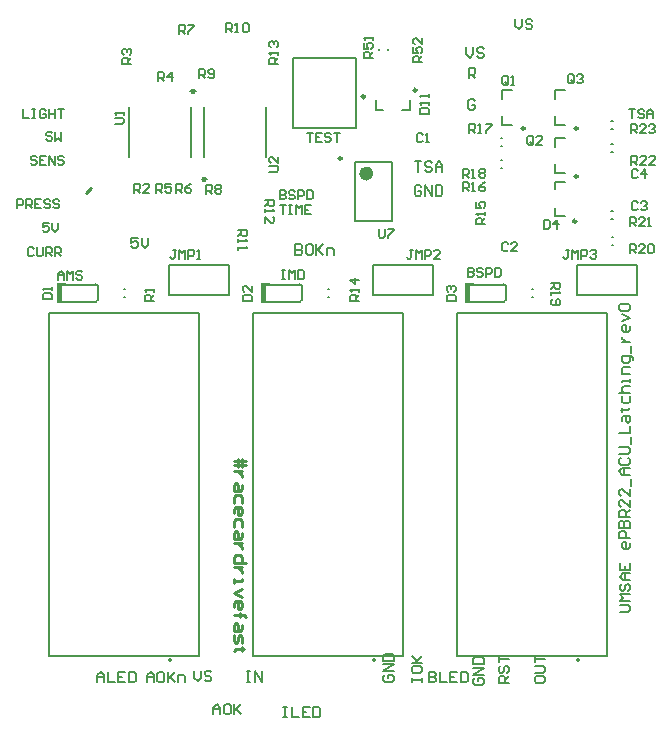
<source format=gto>
G04*
G04 #@! TF.GenerationSoftware,Altium Limited,Altium Designer,21.8.1 (53)*
G04*
G04 Layer_Color=65535*
%FSLAX23Y23*%
%MOIN*%
G70*
G04*
G04 #@! TF.SameCoordinates,D94B3AED-94FA-482B-8DCC-F6CB08C1A555*
G04*
G04*
G04 #@! TF.FilePolarity,Positive*
G04*
G01*
G75*
%ADD10C,0.010*%
%ADD11C,0.010*%
%ADD12C,0.024*%
%ADD13C,0.008*%
%ADD14C,0.008*%
%ADD15C,0.006*%
%ADD16C,0.005*%
%ADD17C,0.009*%
%ADD18C,0.007*%
%ADD19R,0.026X0.007*%
%ADD20R,0.018X0.067*%
%ADD21R,0.023X0.007*%
D10*
X5804Y4670D02*
G03*
X5804Y4670I-5J0D01*
G01*
X4875Y4350D02*
X4890Y4365D01*
D11*
X6514Y4564D02*
G03*
X6514Y4564I-5J0D01*
G01*
X5977Y4692D02*
G03*
X5977Y4692I-5J0D01*
G01*
X5727Y4464D02*
G03*
X5727Y4464I-5J0D01*
G01*
X6337Y4564D02*
G03*
X6337Y4564I-5J0D01*
G01*
X6514Y4404D02*
G03*
X6514Y4404I-5J0D01*
G01*
X6509Y4255D02*
G03*
X6509Y4255I-5J0D01*
G01*
D12*
X5821Y4414D02*
G03*
X5821Y4414I-12J0D01*
G01*
D13*
X4916Y4036D02*
G03*
X4907Y4044I-9J0D01*
G01*
Y3986D02*
G03*
X4916Y3994I0J9D01*
G01*
X4798Y4044D02*
G03*
X4790Y4036I0J-9D01*
G01*
Y3994D02*
G03*
X4798Y3986I9J0D01*
G01*
X6150Y3994D02*
G03*
X6158Y3986I9J0D01*
G01*
Y4044D02*
G03*
X6150Y4036I0J-9D01*
G01*
X6267Y3986D02*
G03*
X6276Y3994I0J9D01*
G01*
Y4036D02*
G03*
X6267Y4044I-9J0D01*
G01*
X5470Y3994D02*
G03*
X5478Y3986I9J0D01*
G01*
Y4044D02*
G03*
X5470Y4036I0J-9D01*
G01*
X5587Y3986D02*
G03*
X5596Y3994I0J9D01*
G01*
Y4036D02*
G03*
X5587Y4044I-9J0D01*
G01*
X4798D02*
X4907D01*
X4798Y3986D02*
X4907D01*
X4916Y3994D02*
Y4036D01*
X4790Y3994D02*
Y4036D01*
X6150Y3994D02*
Y4036D01*
X6276Y3994D02*
Y4036D01*
X6158Y3986D02*
X6267D01*
X6158Y4044D02*
X6267D01*
X5470Y3994D02*
Y4036D01*
X5596Y3994D02*
Y4036D01*
X5478Y3986D02*
X5587D01*
X5478Y4044D02*
X5587D01*
D14*
X6519Y2792D02*
G03*
X6519Y2792I-4J0D01*
G01*
X5839D02*
G03*
X5839Y2792I-4J0D01*
G01*
X5159D02*
G03*
X5159Y2792I-4J0D01*
G01*
X5853Y4825D02*
Y4829D01*
X5881Y4825D02*
Y4829D01*
X6437Y4663D02*
Y4694D01*
X6473D01*
X6437Y4576D02*
Y4607D01*
Y4576D02*
X6473D01*
X5840Y4627D02*
X5866D01*
X5840D02*
Y4659D01*
X5929Y4627D02*
X5955D01*
Y4659D01*
X5770Y4257D02*
X5896D01*
X5770Y4453D02*
X5896D01*
Y4257D02*
Y4453D01*
X5770Y4257D02*
Y4453D01*
X6513Y4010D02*
Y4110D01*
X6713D01*
Y4010D02*
Y4110D01*
X6513Y4010D02*
X6713D01*
X5833D02*
Y4110D01*
X6033D01*
Y4010D02*
Y4110D01*
X5833Y4010D02*
X6033D01*
X5153D02*
Y4110D01*
X5353D01*
Y4010D02*
Y4110D01*
X5153Y4010D02*
X5353D01*
X6361Y4029D02*
X6365D01*
X6361Y4001D02*
X6365D01*
X5001Y4029D02*
X5005D01*
X5001Y4001D02*
X5005D01*
X5681Y4029D02*
X5685D01*
X5681Y4001D02*
X5685D01*
X6260Y4576D02*
X6296D01*
X6260D02*
Y4607D01*
Y4694D02*
X6296D01*
X6260Y4663D02*
Y4694D01*
X6626Y4561D02*
X6630D01*
X6626Y4589D02*
X6630D01*
X6259Y4459D02*
X6263D01*
X6259Y4431D02*
X6263D01*
X6258Y4506D02*
X6262D01*
X6258Y4534D02*
X6262D01*
X6626Y4261D02*
X6630D01*
X6626Y4289D02*
X6630D01*
X6437Y4416D02*
X6473D01*
X6437D02*
Y4447D01*
Y4534D02*
X6473D01*
X6437Y4503D02*
Y4534D01*
X6626Y4514D02*
X6630D01*
X6626Y4486D02*
X6630D01*
X6439Y4273D02*
X6471D01*
X6439D02*
Y4299D01*
Y4387D02*
X6471D01*
X6439Y4361D02*
Y4387D01*
X6628Y4176D02*
X6632D01*
X6628Y4204D02*
X6632D01*
D15*
X5564Y4565D02*
X5774D01*
Y4800D01*
X5564D02*
X5774D01*
X5564Y4565D02*
Y4800D01*
X5225Y4469D02*
Y4636D01*
X5018Y4469D02*
Y4636D01*
X5475Y4469D02*
Y4636D01*
X5268Y4469D02*
Y4636D01*
X5521Y4359D02*
Y4329D01*
X5536D01*
X5541Y4334D01*
Y4339D01*
X5536Y4344D01*
X5521D01*
X5536D01*
X5541Y4349D01*
Y4354D01*
X5536Y4359D01*
X5521D01*
X5571Y4354D02*
X5566Y4359D01*
X5556D01*
X5551Y4354D01*
Y4349D01*
X5556Y4344D01*
X5566D01*
X5571Y4339D01*
Y4334D01*
X5566Y4329D01*
X5556D01*
X5551Y4334D01*
X5581Y4329D02*
Y4359D01*
X5596D01*
X5601Y4354D01*
Y4344D01*
X5596Y4339D01*
X5581D01*
X5611Y4359D02*
Y4329D01*
X5626D01*
X5631Y4334D01*
Y4354D01*
X5626Y4359D01*
X5611D01*
X5521Y4309D02*
X5541D01*
X5531D01*
Y4279D01*
X5551Y4309D02*
X5561D01*
X5556D01*
Y4279D01*
X5551D01*
X5561D01*
X5576D02*
Y4309D01*
X5586Y4299D01*
X5596Y4309D01*
Y4279D01*
X5626Y4309D02*
X5606D01*
Y4279D01*
X5626D01*
X5606Y4294D02*
X5616D01*
X5850Y4230D02*
Y4205D01*
X5855Y4200D01*
X5865D01*
X5870Y4205D01*
Y4230D01*
X5880D02*
X5900D01*
Y4225D01*
X5880Y4205D01*
Y4200D01*
X5988Y4613D02*
X6018D01*
Y4628D01*
X6013Y4633D01*
X5993D01*
X5988Y4628D01*
Y4613D01*
X6018Y4643D02*
Y4653D01*
Y4648D01*
X5988D01*
X5993Y4643D01*
X6018Y4668D02*
Y4678D01*
Y4673D01*
X5988D01*
X5993Y4668D01*
X5997Y4544D02*
X5992Y4549D01*
X5982D01*
X5977Y4544D01*
Y4524D01*
X5982Y4519D01*
X5992D01*
X5997Y4524D01*
X6007Y4519D02*
X6017D01*
X6012D01*
Y4549D01*
X6007Y4544D01*
X5996Y4785D02*
X5966D01*
Y4800D01*
X5971Y4805D01*
X5981D01*
X5986Y4800D01*
Y4785D01*
Y4795D02*
X5996Y4805D01*
X5966Y4835D02*
Y4815D01*
X5981D01*
X5976Y4825D01*
Y4830D01*
X5981Y4835D01*
X5991D01*
X5996Y4830D01*
Y4820D01*
X5991Y4815D01*
X5996Y4865D02*
Y4845D01*
X5976Y4865D01*
X5971D01*
X5966Y4860D01*
Y4850D01*
X5971Y4845D01*
X5830Y4800D02*
X5800D01*
Y4815D01*
X5805Y4820D01*
X5815D01*
X5820Y4815D01*
Y4800D01*
Y4810D02*
X5830Y4820D01*
X5800Y4850D02*
Y4830D01*
X5815D01*
X5810Y4840D01*
Y4845D01*
X5815Y4850D01*
X5825D01*
X5830Y4845D01*
Y4835D01*
X5825Y4830D01*
X5830Y4860D02*
Y4870D01*
Y4865D01*
X5800D01*
X5805Y4860D01*
D16*
X6113Y2806D02*
Y3948D01*
X6613D01*
Y2806D02*
Y3948D01*
X6113Y2806D02*
X6613D01*
X5433D02*
Y3948D01*
X5933D01*
Y2806D02*
Y3948D01*
X5433Y2806D02*
X5933D01*
X4753D02*
Y3948D01*
X5253D01*
Y2806D02*
Y3948D01*
X4753Y2806D02*
X5253D01*
D17*
X5368Y3455D02*
X5408D01*
Y3442D02*
X5368D01*
X5395Y3462D02*
Y3442D01*
Y3435D01*
X5381Y3462D02*
Y3435D01*
X5395Y3422D02*
X5368D01*
X5381D01*
X5388Y3415D01*
X5395Y3409D01*
Y3402D01*
Y3375D02*
Y3362D01*
X5388Y3355D01*
X5368D01*
Y3375D01*
X5375Y3382D01*
X5381Y3375D01*
Y3355D01*
X5395Y3315D02*
Y3335D01*
X5388Y3342D01*
X5375D01*
X5368Y3335D01*
Y3315D01*
Y3282D02*
Y3295D01*
X5375Y3302D01*
X5388D01*
X5395Y3295D01*
Y3282D01*
X5388Y3275D01*
X5381D01*
Y3302D01*
X5395Y3235D02*
Y3255D01*
X5388Y3262D01*
X5375D01*
X5368Y3255D01*
Y3235D01*
X5395Y3215D02*
Y3202D01*
X5388Y3195D01*
X5368D01*
Y3215D01*
X5375Y3222D01*
X5381Y3215D01*
Y3195D01*
X5395Y3182D02*
X5368D01*
X5381D01*
X5388Y3175D01*
X5395Y3169D01*
Y3162D01*
X5408Y3115D02*
X5368D01*
Y3135D01*
X5375Y3142D01*
X5388D01*
X5395Y3135D01*
Y3115D01*
Y3102D02*
X5368D01*
X5381D01*
X5388Y3095D01*
X5395Y3089D01*
Y3082D01*
X5368Y3062D02*
Y3049D01*
Y3055D01*
X5395D01*
Y3062D01*
Y3029D02*
X5368Y3015D01*
X5395Y3002D01*
X5368Y2969D02*
Y2982D01*
X5375Y2989D01*
X5388D01*
X5395Y2982D01*
Y2969D01*
X5388Y2962D01*
X5381D01*
Y2989D01*
X5368Y2942D02*
X5401D01*
X5388D01*
Y2949D01*
Y2936D01*
Y2942D01*
X5401D01*
X5408Y2936D01*
X5395Y2909D02*
Y2896D01*
X5388Y2889D01*
X5368D01*
Y2909D01*
X5375Y2916D01*
X5381Y2909D01*
Y2889D01*
X5368Y2876D02*
Y2856D01*
X5375Y2849D01*
X5381Y2856D01*
Y2869D01*
X5388Y2876D01*
X5395Y2869D01*
Y2849D01*
X5401Y2829D02*
X5395D01*
Y2836D01*
Y2822D01*
Y2829D01*
X5375D01*
X5368Y2822D01*
D18*
X4665Y4629D02*
Y4599D01*
X4685D01*
X4695Y4629D02*
X4705D01*
X4700D01*
Y4599D01*
X4695D01*
X4705D01*
X4740Y4624D02*
X4735Y4629D01*
X4725D01*
X4720Y4624D01*
Y4604D01*
X4725Y4599D01*
X4735D01*
X4740Y4604D01*
Y4614D01*
X4730D01*
X4750Y4629D02*
Y4599D01*
Y4614D01*
X4770D01*
Y4629D01*
Y4599D01*
X4780Y4629D02*
X4800D01*
X4790D01*
Y4599D01*
X5240Y4688D02*
X5223D01*
X5236Y4695D02*
X5227Y4681D01*
X5236D02*
X5227Y4695D01*
X4762Y4548D02*
X4757Y4553D01*
X4747D01*
X4742Y4548D01*
Y4543D01*
X4747Y4538D01*
X4757D01*
X4762Y4533D01*
Y4528D01*
X4757Y4523D01*
X4747D01*
X4742Y4528D01*
X4772Y4553D02*
Y4523D01*
X4782Y4533D01*
X4792Y4523D01*
Y4553D01*
X5871Y2743D02*
X5865Y2737D01*
Y2726D01*
X5871Y2720D01*
X5894D01*
X5900Y2726D01*
Y2737D01*
X5894Y2743D01*
X5883D01*
Y2732D01*
X5900Y2755D02*
X5865D01*
X5900Y2778D01*
X5865D01*
Y2790D02*
X5900D01*
Y2807D01*
X5894Y2813D01*
X5871D01*
X5865Y2807D01*
Y2790D01*
X6305Y4930D02*
Y4907D01*
X6317Y4895D01*
X6328Y4907D01*
Y4930D01*
X6363Y4924D02*
X6357Y4930D01*
X6346D01*
X6340Y4924D01*
Y4918D01*
X6346Y4912D01*
X6357D01*
X6363Y4907D01*
Y4901D01*
X6357Y4895D01*
X6346D01*
X6340Y4901D01*
X5573Y4178D02*
Y4143D01*
X5590D01*
X5596Y4149D01*
Y4155D01*
X5590Y4160D01*
X5573D01*
X5590D01*
X5596Y4166D01*
Y4172D01*
X5590Y4178D01*
X5573D01*
X5625D02*
X5614D01*
X5608Y4172D01*
Y4149D01*
X5614Y4143D01*
X5625D01*
X5631Y4149D01*
Y4172D01*
X5625Y4178D01*
X5643D02*
Y4143D01*
Y4155D01*
X5666Y4178D01*
X5649Y4160D01*
X5666Y4143D01*
X5678D02*
Y4166D01*
X5695D01*
X5701Y4160D01*
Y4143D01*
X4645Y4299D02*
Y4329D01*
X4660D01*
X4665Y4324D01*
Y4314D01*
X4660Y4309D01*
X4645D01*
X4675Y4299D02*
Y4329D01*
X4690D01*
X4695Y4324D01*
Y4314D01*
X4690Y4309D01*
X4675D01*
X4685D02*
X4695Y4299D01*
X4725Y4329D02*
X4705D01*
Y4299D01*
X4725D01*
X4705Y4314D02*
X4715D01*
X4755Y4324D02*
X4750Y4329D01*
X4740D01*
X4735Y4324D01*
Y4319D01*
X4740Y4314D01*
X4750D01*
X4755Y4309D01*
Y4304D01*
X4750Y4299D01*
X4740D01*
X4735Y4304D01*
X4785Y4324D02*
X4780Y4329D01*
X4770D01*
X4765Y4324D01*
Y4319D01*
X4770Y4314D01*
X4780D01*
X4785Y4309D01*
Y4304D01*
X4780Y4299D01*
X4770D01*
X4765Y4304D01*
X5299Y2611D02*
Y2634D01*
X5311Y2646D01*
X5322Y2634D01*
Y2611D01*
Y2628D01*
X5299D01*
X5351Y2646D02*
X5340D01*
X5334Y2640D01*
Y2617D01*
X5340Y2611D01*
X5351D01*
X5357Y2617D01*
Y2640D01*
X5351Y2646D01*
X5369D02*
Y2611D01*
Y2623D01*
X5392Y2646D01*
X5375Y2628D01*
X5392Y2611D01*
X6654Y2953D02*
X6683D01*
X6689Y2959D01*
Y2970D01*
X6683Y2976D01*
X6654D01*
X6689Y2988D02*
X6654D01*
X6666Y3000D01*
X6654Y3011D01*
X6689D01*
X6660Y3046D02*
X6654Y3040D01*
Y3029D01*
X6660Y3023D01*
X6666D01*
X6672Y3029D01*
Y3040D01*
X6677Y3046D01*
X6683D01*
X6689Y3040D01*
Y3029D01*
X6683Y3023D01*
X6689Y3058D02*
X6666D01*
X6654Y3070D01*
X6666Y3081D01*
X6689D01*
X6672D01*
Y3058D01*
X6654Y3116D02*
Y3093D01*
X6689D01*
Y3116D01*
X6672Y3093D02*
Y3105D01*
X6687Y3181D02*
Y3170D01*
X6681Y3164D01*
X6669D01*
X6663Y3170D01*
Y3181D01*
X6669Y3187D01*
X6675D01*
Y3164D01*
X6687Y3199D02*
X6652D01*
Y3216D01*
X6657Y3222D01*
X6669D01*
X6675Y3216D01*
Y3199D01*
X6652Y3234D02*
X6687D01*
Y3251D01*
X6681Y3257D01*
X6675D01*
X6669Y3251D01*
Y3234D01*
Y3251D01*
X6663Y3257D01*
X6657D01*
X6652Y3251D01*
Y3234D01*
X6687Y3269D02*
X6652D01*
Y3286D01*
X6657Y3292D01*
X6669D01*
X6675Y3286D01*
Y3269D01*
Y3281D02*
X6687Y3292D01*
Y3327D02*
Y3304D01*
X6663Y3327D01*
X6657D01*
X6652Y3321D01*
Y3310D01*
X6657Y3304D01*
X6687Y3362D02*
Y3339D01*
X6663Y3362D01*
X6657D01*
X6652Y3356D01*
Y3345D01*
X6657Y3339D01*
X6692Y3374D02*
Y3397D01*
X6687Y3409D02*
X6663D01*
X6652Y3421D01*
X6663Y3432D01*
X6687D01*
X6669D01*
Y3409D01*
X6657Y3467D02*
X6652Y3461D01*
Y3450D01*
X6657Y3444D01*
X6681D01*
X6687Y3450D01*
Y3461D01*
X6681Y3467D01*
X6652Y3479D02*
X6681D01*
X6687Y3485D01*
Y3496D01*
X6681Y3502D01*
X6652D01*
X6692Y3514D02*
Y3537D01*
X6652Y3549D02*
X6687D01*
Y3572D01*
X6663Y3590D02*
Y3601D01*
X6669Y3607D01*
X6687D01*
Y3590D01*
X6681Y3584D01*
X6675Y3590D01*
Y3607D01*
X6657Y3625D02*
X6663D01*
Y3619D01*
Y3631D01*
Y3625D01*
X6681D01*
X6687Y3631D01*
X6663Y3671D02*
Y3654D01*
X6669Y3648D01*
X6681D01*
X6687Y3654D01*
Y3671D01*
X6652Y3683D02*
X6687D01*
X6669D01*
X6663Y3689D01*
Y3700D01*
X6669Y3706D01*
X6687D01*
Y3718D02*
Y3730D01*
Y3724D01*
X6663D01*
Y3718D01*
X6687Y3747D02*
X6663D01*
Y3765D01*
X6669Y3770D01*
X6687D01*
X6698Y3794D02*
Y3800D01*
X6692Y3805D01*
X6663D01*
Y3788D01*
X6669Y3782D01*
X6681D01*
X6687Y3788D01*
Y3805D01*
X6692Y3817D02*
Y3840D01*
X6663Y3852D02*
X6687D01*
X6675D01*
X6669Y3858D01*
X6663Y3864D01*
Y3870D01*
X6687Y3905D02*
Y3893D01*
X6681Y3887D01*
X6669D01*
X6663Y3893D01*
Y3905D01*
X6669Y3910D01*
X6675D01*
Y3887D01*
X6663Y3922D02*
X6687Y3934D01*
X6663Y3945D01*
X6657Y3957D02*
X6652Y3963D01*
Y3975D01*
X6657Y3980D01*
X6681D01*
X6687Y3975D01*
Y3963D01*
X6681Y3957D01*
X6657D01*
X5235Y2756D02*
Y2733D01*
X5247Y2721D01*
X5258Y2733D01*
Y2756D01*
X5293Y2751D02*
X5287Y2756D01*
X5276D01*
X5270Y2751D01*
Y2745D01*
X5276Y2739D01*
X5287D01*
X5293Y2733D01*
Y2727D01*
X5287Y2721D01*
X5276D01*
X5270Y2727D01*
X5078Y2718D02*
Y2741D01*
X5090Y2753D01*
X5101Y2741D01*
Y2718D01*
Y2735D01*
X5078D01*
X5130Y2753D02*
X5119D01*
X5113Y2747D01*
Y2724D01*
X5119Y2718D01*
X5130D01*
X5136Y2724D01*
Y2747D01*
X5130Y2753D01*
X5148D02*
Y2718D01*
Y2730D01*
X5171Y2753D01*
X5154Y2735D01*
X5171Y2718D01*
X5183D02*
Y2741D01*
X5200D01*
X5206Y2735D01*
Y2718D01*
X4912D02*
Y2741D01*
X4924Y2753D01*
X4936Y2741D01*
Y2718D01*
Y2735D01*
X4912D01*
X4947Y2753D02*
Y2718D01*
X4971D01*
X5006Y2753D02*
X4982D01*
Y2718D01*
X5006D01*
X4982Y2735D02*
X4994D01*
X5017Y2753D02*
Y2718D01*
X5035D01*
X5041Y2724D01*
Y2747D01*
X5035Y2753D01*
X5017D01*
X5410Y2755D02*
X5422D01*
X5416D01*
Y2720D01*
X5410D01*
X5422D01*
X5439D02*
Y2755D01*
X5462Y2720D01*
Y2755D01*
X5533Y2636D02*
X5545D01*
X5539D01*
Y2601D01*
X5533D01*
X5545D01*
X5562Y2636D02*
Y2601D01*
X5585D01*
X5620Y2636D02*
X5597D01*
Y2601D01*
X5620D01*
X5597Y2618D02*
X5609D01*
X5632Y2636D02*
Y2601D01*
X5650D01*
X5655Y2607D01*
Y2630D01*
X5650Y2636D01*
X5632D01*
X5960Y2720D02*
Y2732D01*
Y2726D01*
X5995D01*
Y2720D01*
Y2732D01*
X5960Y2767D02*
Y2755D01*
X5966Y2749D01*
X5989D01*
X5995Y2755D01*
Y2767D01*
X5989Y2772D01*
X5966D01*
X5960Y2767D01*
Y2784D02*
X5995D01*
X5983D01*
X5960Y2807D01*
X5978Y2790D01*
X5995Y2807D01*
X6019Y2753D02*
Y2718D01*
X6036D01*
X6042Y2724D01*
Y2730D01*
X6036Y2735D01*
X6019D01*
X6036D01*
X6042Y2741D01*
Y2747D01*
X6036Y2753D01*
X6019D01*
X6054D02*
Y2718D01*
X6077D01*
X6112Y2753D02*
X6089D01*
Y2718D01*
X6112D01*
X6089Y2735D02*
X6101D01*
X6124Y2753D02*
Y2718D01*
X6141D01*
X6147Y2724D01*
Y2747D01*
X6141Y2753D01*
X6124D01*
X6171Y2732D02*
X6165Y2726D01*
Y2715D01*
X6171Y2709D01*
X6194D01*
X6200Y2715D01*
Y2726D01*
X6194Y2732D01*
X6183D01*
Y2721D01*
X6200Y2744D02*
X6165D01*
X6200Y2767D01*
X6165D01*
Y2779D02*
X6200D01*
Y2796D01*
X6194Y2802D01*
X6171D01*
X6165Y2796D01*
Y2779D01*
X6285Y2715D02*
X6250D01*
Y2732D01*
X6256Y2738D01*
X6268D01*
X6273Y2732D01*
Y2715D01*
Y2727D02*
X6285Y2738D01*
X6256Y2773D02*
X6250Y2767D01*
Y2756D01*
X6256Y2750D01*
X6262D01*
X6268Y2756D01*
Y2767D01*
X6273Y2773D01*
X6279D01*
X6285Y2767D01*
Y2756D01*
X6279Y2750D01*
X6250Y2785D02*
Y2808D01*
Y2797D01*
X6285D01*
X6370Y2732D02*
Y2721D01*
X6376Y2715D01*
X6399D01*
X6405Y2721D01*
Y2732D01*
X6399Y2738D01*
X6376D01*
X6370Y2732D01*
Y2750D02*
X6399D01*
X6405Y2756D01*
Y2767D01*
X6399Y2773D01*
X6370D01*
Y2785D02*
Y2808D01*
Y2797D01*
X6405D01*
X6143Y4835D02*
Y4812D01*
X6154Y4800D01*
X6166Y4812D01*
Y4835D01*
X6201Y4829D02*
X6195Y4835D01*
X6184D01*
X6178Y4829D01*
Y4823D01*
X6184Y4817D01*
X6195D01*
X6201Y4812D01*
Y4806D01*
X6195Y4800D01*
X6184D01*
X6178Y4806D01*
X5993Y4369D02*
X5987Y4375D01*
X5976D01*
X5970Y4369D01*
Y4346D01*
X5976Y4340D01*
X5987D01*
X5993Y4346D01*
Y4357D01*
X5982D01*
X6005Y4340D02*
Y4375D01*
X6028Y4340D01*
Y4375D01*
X6040D02*
Y4340D01*
X6057D01*
X6063Y4346D01*
Y4369D01*
X6057Y4375D01*
X6040D01*
X6150Y4733D02*
Y4767D01*
X6167D01*
X6173Y4762D01*
Y4750D01*
X6167Y4744D01*
X6150D01*
X6162D02*
X6173Y4733D01*
X6172Y4656D02*
X6166Y4662D01*
X6154D01*
X6148Y4656D01*
Y4633D01*
X6154Y4627D01*
X6166D01*
X6172Y4633D01*
Y4644D01*
X6160D01*
X5970Y4455D02*
X5993D01*
X5982D01*
Y4420D01*
X6028Y4449D02*
X6022Y4455D01*
X6011D01*
X6005Y4449D01*
Y4443D01*
X6011Y4437D01*
X6022D01*
X6028Y4432D01*
Y4426D01*
X6022Y4420D01*
X6011D01*
X6005Y4426D01*
X6040Y4420D02*
Y4443D01*
X6052Y4455D01*
X6063Y4443D01*
Y4420D01*
Y4437D01*
X6040D01*
X4711Y4468D02*
X4706Y4473D01*
X4696D01*
X4691Y4468D01*
Y4463D01*
X4696Y4458D01*
X4706D01*
X4711Y4453D01*
Y4448D01*
X4706Y4443D01*
X4696D01*
X4691Y4448D01*
X4741Y4473D02*
X4721D01*
Y4443D01*
X4741D01*
X4721Y4458D02*
X4731D01*
X4751Y4443D02*
Y4473D01*
X4771Y4443D01*
Y4473D01*
X4801Y4468D02*
X4796Y4473D01*
X4786D01*
X4781Y4468D01*
Y4463D01*
X4786Y4458D01*
X4796D01*
X4801Y4453D01*
Y4448D01*
X4796Y4443D01*
X4786D01*
X4781Y4448D01*
X4750Y4250D02*
X4730D01*
Y4235D01*
X4740Y4240D01*
X4745D01*
X4750Y4235D01*
Y4225D01*
X4745Y4220D01*
X4735D01*
X4730Y4225D01*
X4760Y4250D02*
Y4230D01*
X4770Y4220D01*
X4780Y4230D01*
Y4250D01*
X4700Y4163D02*
X4695Y4168D01*
X4685D01*
X4680Y4163D01*
Y4143D01*
X4685Y4138D01*
X4695D01*
X4700Y4143D01*
X4710Y4168D02*
Y4143D01*
X4715Y4138D01*
X4725D01*
X4730Y4143D01*
Y4168D01*
X4740Y4138D02*
Y4168D01*
X4755D01*
X4760Y4163D01*
Y4153D01*
X4755Y4148D01*
X4740D01*
X4750D02*
X4760Y4138D01*
X4770D02*
Y4168D01*
X4785D01*
X4790Y4163D01*
Y4153D01*
X4785Y4148D01*
X4770D01*
X4780D02*
X4790Y4138D01*
X5048Y4200D02*
X5025D01*
Y4182D01*
X5037Y4188D01*
X5042D01*
X5048Y4182D01*
Y4171D01*
X5042Y4165D01*
X5031D01*
X5025Y4171D01*
X5060Y4200D02*
Y4177D01*
X5072Y4165D01*
X5083Y4177D01*
Y4200D01*
X5260Y4397D02*
X5277D01*
X5264Y4390D02*
X5273Y4404D01*
X5264D02*
X5273Y4390D01*
X6500Y4720D02*
Y4740D01*
X6495Y4745D01*
X6485D01*
X6480Y4740D01*
Y4720D01*
X6485Y4715D01*
X6495D01*
X6490Y4725D02*
X6500Y4715D01*
X6495D02*
X6500Y4720D01*
X6510Y4740D02*
X6515Y4745D01*
X6525D01*
X6530Y4740D01*
Y4735D01*
X6525Y4730D01*
X6520D01*
X6525D01*
X6530Y4725D01*
Y4720D01*
X6525Y4715D01*
X6515D01*
X6510Y4720D01*
X4970Y4580D02*
X4995D01*
X5000Y4585D01*
Y4595D01*
X4995Y4600D01*
X4970D01*
X5000Y4610D02*
Y4620D01*
Y4615D01*
X4970D01*
X4975Y4610D01*
X5610Y4550D02*
X5630D01*
X5620D01*
Y4520D01*
X5660Y4550D02*
X5640D01*
Y4520D01*
X5660D01*
X5640Y4535D02*
X5650D01*
X5690Y4545D02*
X5685Y4550D01*
X5675D01*
X5670Y4545D01*
Y4540D01*
X5675Y4535D01*
X5685D01*
X5690Y4530D01*
Y4525D01*
X5685Y4520D01*
X5675D01*
X5670Y4525D01*
X5700Y4550D02*
X5720D01*
X5710D01*
Y4520D01*
X5485Y4420D02*
X5510D01*
X5515Y4425D01*
Y4435D01*
X5510Y4440D01*
X5485D01*
X5515Y4470D02*
Y4450D01*
X5495Y4470D01*
X5490D01*
X5485Y4465D01*
Y4455D01*
X5490Y4450D01*
X5343Y4885D02*
Y4915D01*
X5358D01*
X5363Y4910D01*
Y4900D01*
X5358Y4895D01*
X5343D01*
X5353D02*
X5363Y4885D01*
X5373D02*
X5383D01*
X5378D01*
Y4915D01*
X5373Y4910D01*
X5398D02*
X5403Y4915D01*
X5413D01*
X5418Y4910D01*
Y4890D01*
X5413Y4885D01*
X5403D01*
X5398Y4890D01*
Y4910D01*
X5275Y4346D02*
Y4376D01*
X5290D01*
X5295Y4371D01*
Y4361D01*
X5290Y4356D01*
X5275D01*
X5285D02*
X5295Y4346D01*
X5305Y4371D02*
X5310Y4376D01*
X5320D01*
X5325Y4371D01*
Y4366D01*
X5320Y4361D01*
X5325Y4356D01*
Y4351D01*
X5320Y4346D01*
X5310D01*
X5305Y4351D01*
Y4356D01*
X5310Y4361D01*
X5305Y4366D01*
Y4371D01*
X5310Y4361D02*
X5320D01*
X5025Y4780D02*
X4995D01*
Y4795D01*
X5000Y4800D01*
X5010D01*
X5015Y4795D01*
Y4780D01*
Y4790D02*
X5025Y4800D01*
X5000Y4810D02*
X4995Y4815D01*
Y4825D01*
X5000Y4830D01*
X5005D01*
X5010Y4825D01*
Y4820D01*
Y4825D01*
X5015Y4830D01*
X5020D01*
X5025Y4825D01*
Y4815D01*
X5020Y4810D01*
X5115Y4722D02*
Y4752D01*
X5130D01*
X5135Y4747D01*
Y4737D01*
X5130Y4732D01*
X5115D01*
X5125D02*
X5135Y4722D01*
X5160D02*
Y4752D01*
X5145Y4737D01*
X5165D01*
X5383Y4225D02*
X5413D01*
Y4210D01*
X5408Y4205D01*
X5398D01*
X5393Y4210D01*
Y4225D01*
Y4215D02*
X5383Y4205D01*
Y4195D02*
Y4185D01*
Y4190D01*
X5413D01*
X5408Y4195D01*
X5383Y4170D02*
Y4160D01*
Y4165D01*
X5413D01*
X5408Y4170D01*
X5109Y4350D02*
Y4380D01*
X5124D01*
X5129Y4375D01*
Y4365D01*
X5124Y4360D01*
X5109D01*
X5119D02*
X5129Y4350D01*
X5159Y4380D02*
X5139D01*
Y4365D01*
X5149Y4370D01*
X5154D01*
X5159Y4365D01*
Y4355D01*
X5154Y4350D01*
X5144D01*
X5139Y4355D01*
X5035Y4350D02*
Y4380D01*
X5050D01*
X5055Y4375D01*
Y4365D01*
X5050Y4360D01*
X5035D01*
X5045D02*
X5055Y4350D01*
X5085D02*
X5065D01*
X5085Y4370D01*
Y4375D01*
X5080Y4380D01*
X5070D01*
X5065Y4375D01*
X5473Y4325D02*
X5503D01*
Y4310D01*
X5498Y4305D01*
X5488D01*
X5483Y4310D01*
Y4325D01*
Y4315D02*
X5473Y4305D01*
Y4295D02*
Y4285D01*
Y4290D01*
X5503D01*
X5498Y4295D01*
X5473Y4250D02*
Y4270D01*
X5493Y4250D01*
X5498D01*
X5503Y4255D01*
Y4265D01*
X5498Y4270D01*
X5185Y4880D02*
Y4910D01*
X5200D01*
X5205Y4905D01*
Y4895D01*
X5200Y4890D01*
X5185D01*
X5195D02*
X5205Y4880D01*
X5215Y4910D02*
X5235D01*
Y4905D01*
X5215Y4885D01*
Y4880D01*
X5175Y4350D02*
Y4380D01*
X5190D01*
X5195Y4375D01*
Y4365D01*
X5190Y4360D01*
X5175D01*
X5185D02*
X5195Y4350D01*
X5225Y4380D02*
X5215Y4375D01*
X5205Y4365D01*
Y4355D01*
X5210Y4350D01*
X5220D01*
X5225Y4355D01*
Y4360D01*
X5220Y4365D01*
X5205D01*
X5253Y4733D02*
Y4762D01*
X5268D01*
X5273Y4757D01*
Y4747D01*
X5268Y4742D01*
X5253D01*
X5263D02*
X5273Y4733D01*
X5283Y4737D02*
X5288Y4733D01*
X5298D01*
X5303Y4737D01*
Y4757D01*
X5298Y4762D01*
X5288D01*
X5283Y4757D01*
Y4752D01*
X5288Y4747D01*
X5303D01*
X5515Y4780D02*
X5485D01*
Y4795D01*
X5490Y4800D01*
X5500D01*
X5505Y4795D01*
Y4780D01*
Y4790D02*
X5515Y4800D01*
Y4810D02*
Y4820D01*
Y4815D01*
X5485D01*
X5490Y4810D01*
Y4835D02*
X5485Y4840D01*
Y4850D01*
X5490Y4855D01*
X5495D01*
X5500Y4850D01*
Y4845D01*
Y4850D01*
X5505Y4855D01*
X5510D01*
X5515Y4850D01*
Y4840D01*
X5510Y4835D01*
X6485Y4160D02*
X6475D01*
X6480D01*
Y4135D01*
X6475Y4130D01*
X6470D01*
X6465Y4135D01*
X6495Y4130D02*
Y4160D01*
X6505Y4150D01*
X6515Y4160D01*
Y4130D01*
X6525D02*
Y4160D01*
X6540D01*
X6545Y4155D01*
Y4145D01*
X6540Y4140D01*
X6525D01*
X6555Y4155D02*
X6560Y4160D01*
X6570D01*
X6575Y4155D01*
Y4150D01*
X6570Y4145D01*
X6565D01*
X6570D01*
X6575Y4140D01*
Y4135D01*
X6570Y4130D01*
X6560D01*
X6555Y4135D01*
X5964Y4160D02*
X5954D01*
X5959D01*
Y4135D01*
X5954Y4130D01*
X5949D01*
X5944Y4135D01*
X5974Y4130D02*
Y4160D01*
X5984Y4150D01*
X5994Y4160D01*
Y4130D01*
X6004D02*
Y4160D01*
X6019D01*
X6024Y4155D01*
Y4145D01*
X6019Y4140D01*
X6004D01*
X6054Y4130D02*
X6034D01*
X6054Y4150D01*
Y4155D01*
X6049Y4160D01*
X6039D01*
X6034Y4155D01*
X5175Y4160D02*
X5165D01*
X5170D01*
Y4135D01*
X5165Y4130D01*
X5160D01*
X5155Y4135D01*
X5185Y4130D02*
Y4160D01*
X5195Y4150D01*
X5205Y4160D01*
Y4130D01*
X5215D02*
Y4160D01*
X5230D01*
X5235Y4155D01*
Y4145D01*
X5230Y4140D01*
X5215D01*
X5245Y4130D02*
X5255D01*
X5250D01*
Y4160D01*
X5245Y4155D01*
X6691Y4549D02*
Y4579D01*
X6706D01*
X6711Y4574D01*
Y4564D01*
X6706Y4559D01*
X6691D01*
X6701D02*
X6711Y4549D01*
X6741D02*
X6721D01*
X6741Y4569D01*
Y4574D01*
X6736Y4579D01*
X6726D01*
X6721Y4574D01*
X6751D02*
X6756Y4579D01*
X6766D01*
X6771Y4574D01*
Y4569D01*
X6766Y4564D01*
X6761D01*
X6766D01*
X6771Y4559D01*
Y4554D01*
X6766Y4549D01*
X6756D01*
X6751Y4554D01*
X6687Y4148D02*
Y4178D01*
X6702D01*
X6707Y4173D01*
Y4163D01*
X6702Y4158D01*
X6687D01*
X6697D02*
X6707Y4148D01*
X6737D02*
X6717D01*
X6737Y4168D01*
Y4173D01*
X6732Y4178D01*
X6722D01*
X6717Y4173D01*
X6747D02*
X6752Y4178D01*
X6762D01*
X6767Y4173D01*
Y4153D01*
X6762Y4148D01*
X6752D01*
X6747Y4153D01*
Y4173D01*
X6692Y4444D02*
Y4474D01*
X6707D01*
X6712Y4469D01*
Y4459D01*
X6707Y4454D01*
X6692D01*
X6702D02*
X6712Y4444D01*
X6742D02*
X6722D01*
X6742Y4464D01*
Y4469D01*
X6737Y4474D01*
X6727D01*
X6722Y4469D01*
X6772Y4444D02*
X6752D01*
X6772Y4464D01*
Y4469D01*
X6767Y4474D01*
X6757D01*
X6752Y4469D01*
X6205Y4245D02*
X6175D01*
Y4260D01*
X6180Y4265D01*
X6190D01*
X6195Y4260D01*
Y4245D01*
Y4255D02*
X6205Y4265D01*
Y4275D02*
Y4285D01*
Y4280D01*
X6175D01*
X6180Y4275D01*
X6175Y4320D02*
Y4300D01*
X6190D01*
X6185Y4310D01*
Y4315D01*
X6190Y4320D01*
X6200D01*
X6205Y4315D01*
Y4305D01*
X6200Y4300D01*
X6687Y4238D02*
Y4268D01*
X6702D01*
X6707Y4263D01*
Y4253D01*
X6702Y4248D01*
X6687D01*
X6697D02*
X6707Y4238D01*
X6737D02*
X6717D01*
X6737Y4258D01*
Y4263D01*
X6732Y4268D01*
X6722D01*
X6717Y4263D01*
X6747Y4238D02*
X6757D01*
X6752D01*
Y4268D01*
X6747Y4263D01*
X6130Y4355D02*
Y4385D01*
X6145D01*
X6150Y4380D01*
Y4370D01*
X6145Y4365D01*
X6130D01*
X6140D02*
X6150Y4355D01*
X6160D02*
X6170D01*
X6165D01*
Y4385D01*
X6160Y4380D01*
X6205Y4385D02*
X6195Y4380D01*
X6185Y4370D01*
Y4360D01*
X6190Y4355D01*
X6200D01*
X6205Y4360D01*
Y4365D01*
X6200Y4370D01*
X6185D01*
X6153Y4550D02*
Y4580D01*
X6168D01*
X6173Y4575D01*
Y4565D01*
X6168Y4560D01*
X6153D01*
X6163D02*
X6173Y4550D01*
X6183D02*
X6193D01*
X6188D01*
Y4580D01*
X6183Y4575D01*
X6208Y4580D02*
X6228D01*
Y4575D01*
X6208Y4555D01*
Y4550D01*
X6130Y4400D02*
Y4430D01*
X6145D01*
X6150Y4425D01*
Y4415D01*
X6145Y4410D01*
X6130D01*
X6140D02*
X6150Y4400D01*
X6160D02*
X6170D01*
X6165D01*
Y4430D01*
X6160Y4425D01*
X6185D02*
X6190Y4430D01*
X6200D01*
X6205Y4425D01*
Y4420D01*
X6200Y4415D01*
X6205Y4410D01*
Y4405D01*
X6200Y4400D01*
X6190D01*
X6185Y4405D01*
Y4410D01*
X6190Y4415D01*
X6185Y4420D01*
Y4425D01*
X6190Y4415D02*
X6200D01*
X6365Y4515D02*
Y4535D01*
X6360Y4540D01*
X6350D01*
X6345Y4535D01*
Y4515D01*
X6350Y4510D01*
X6360D01*
X6355Y4520D02*
X6365Y4510D01*
X6360D02*
X6365Y4515D01*
X6395Y4510D02*
X6375D01*
X6395Y4530D01*
Y4535D01*
X6390Y4540D01*
X6380D01*
X6375Y4535D01*
X6282Y4715D02*
Y4735D01*
X6277Y4740D01*
X6267D01*
X6262Y4735D01*
Y4715D01*
X6267Y4710D01*
X6277D01*
X6272Y4720D02*
X6282Y4710D01*
X6277D02*
X6282Y4715D01*
X6292Y4710D02*
X6302D01*
X6297D01*
Y4740D01*
X6292Y4735D01*
X6685Y4628D02*
X6705D01*
X6695D01*
Y4598D01*
X6735Y4623D02*
X6730Y4628D01*
X6720D01*
X6715Y4623D01*
Y4618D01*
X6720Y4613D01*
X6730D01*
X6735Y4608D01*
Y4603D01*
X6730Y4598D01*
X6720D01*
X6715Y4603D01*
X6745Y4598D02*
Y4618D01*
X6755Y4628D01*
X6765Y4618D01*
Y4598D01*
Y4613D01*
X6745D01*
X6400Y4260D02*
Y4230D01*
X6415D01*
X6420Y4235D01*
Y4255D01*
X6415Y4260D01*
X6400D01*
X6445Y4230D02*
Y4260D01*
X6430Y4245D01*
X6450D01*
X6714Y4316D02*
X6709Y4321D01*
X6699D01*
X6694Y4316D01*
Y4296D01*
X6699Y4291D01*
X6709D01*
X6714Y4296D01*
X6724Y4316D02*
X6729Y4321D01*
X6739D01*
X6744Y4316D01*
Y4311D01*
X6739Y4306D01*
X6734D01*
X6739D01*
X6744Y4301D01*
Y4296D01*
X6739Y4291D01*
X6729D01*
X6724Y4296D01*
X6282Y4180D02*
X6277Y4185D01*
X6267D01*
X6262Y4180D01*
Y4160D01*
X6267Y4155D01*
X6277D01*
X6282Y4160D01*
X6312Y4155D02*
X6292D01*
X6312Y4175D01*
Y4180D01*
X6307Y4185D01*
X6297D01*
X6292Y4180D01*
X6714Y4423D02*
X6709Y4428D01*
X6699D01*
X6694Y4423D01*
Y4403D01*
X6699Y4398D01*
X6709D01*
X6714Y4403D01*
X6739Y4398D02*
Y4428D01*
X6724Y4413D01*
X6744D01*
X6425Y4050D02*
X6455D01*
Y4035D01*
X6450Y4030D01*
X6440D01*
X6435Y4035D01*
Y4050D01*
Y4040D02*
X6425Y4030D01*
Y4020D02*
Y4010D01*
Y4015D01*
X6455D01*
X6450Y4020D01*
X6430Y3995D02*
X6425Y3990D01*
Y3980D01*
X6430Y3975D01*
X6450D01*
X6455Y3980D01*
Y3990D01*
X6450Y3995D01*
X6445D01*
X6440Y3990D01*
Y3975D01*
X5786Y3990D02*
X5756D01*
Y4005D01*
X5761Y4010D01*
X5771D01*
X5776Y4005D01*
Y3990D01*
Y4000D02*
X5786Y4010D01*
Y4020D02*
Y4030D01*
Y4025D01*
X5756D01*
X5761Y4020D01*
X5786Y4060D02*
X5756D01*
X5771Y4045D01*
Y4065D01*
X5100Y3990D02*
X5070D01*
Y4005D01*
X5075Y4010D01*
X5085D01*
X5090Y4005D01*
Y3990D01*
Y4000D02*
X5100Y4010D01*
Y4020D02*
Y4030D01*
Y4025D01*
X5070D01*
X5075Y4020D01*
X5528Y4091D02*
X5538D01*
X5533D01*
Y4061D01*
X5528D01*
X5538D01*
X5553D02*
Y4091D01*
X5563Y4081D01*
X5573Y4091D01*
Y4061D01*
X5583Y4091D02*
Y4061D01*
X5598D01*
X5603Y4066D01*
Y4086D01*
X5598Y4091D01*
X5583D01*
X6078Y3990D02*
X6108D01*
Y4005D01*
X6103Y4010D01*
X6083D01*
X6078Y4005D01*
Y3990D01*
X6083Y4020D02*
X6078Y4025D01*
Y4035D01*
X6083Y4040D01*
X6088D01*
X6093Y4035D01*
Y4030D01*
Y4035D01*
X6098Y4040D01*
X6103D01*
X6108Y4035D01*
Y4025D01*
X6103Y4020D01*
X5398Y3990D02*
X5428D01*
Y4005D01*
X5423Y4010D01*
X5403D01*
X5398Y4005D01*
Y3990D01*
X5428Y4040D02*
Y4020D01*
X5408Y4040D01*
X5403D01*
X5398Y4035D01*
Y4025D01*
X5403Y4020D01*
X4730Y3995D02*
X4760D01*
Y4010D01*
X4755Y4015D01*
X4735D01*
X4730Y4010D01*
Y3995D01*
X4760Y4025D02*
Y4035D01*
Y4030D01*
X4730D01*
X4735Y4025D01*
X6148Y4100D02*
Y4070D01*
X6163D01*
X6168Y4075D01*
Y4080D01*
X6163Y4085D01*
X6148D01*
X6163D01*
X6168Y4090D01*
Y4095D01*
X6163Y4100D01*
X6148D01*
X6198Y4095D02*
X6193Y4100D01*
X6183D01*
X6178Y4095D01*
Y4090D01*
X6183Y4085D01*
X6193D01*
X6198Y4080D01*
Y4075D01*
X6193Y4070D01*
X6183D01*
X6178Y4075D01*
X6208Y4070D02*
Y4100D01*
X6223D01*
X6228Y4095D01*
Y4085D01*
X6223Y4080D01*
X6208D01*
X6238Y4100D02*
Y4070D01*
X6253D01*
X6258Y4075D01*
Y4095D01*
X6253Y4100D01*
X6238D01*
X4783Y4060D02*
Y4080D01*
X4793Y4090D01*
X4803Y4080D01*
Y4060D01*
Y4075D01*
X4783D01*
X4813Y4060D02*
Y4090D01*
X4823Y4080D01*
X4833Y4090D01*
Y4060D01*
X4863Y4085D02*
X4858Y4090D01*
X4848D01*
X4843Y4085D01*
Y4080D01*
X4848Y4075D01*
X4858D01*
X4863Y4070D01*
Y4065D01*
X4858Y4060D01*
X4848D01*
X4843Y4065D01*
D19*
X4796Y4045D02*
D03*
X6156D02*
D03*
X5476D02*
D03*
D20*
X4784Y4015D02*
D03*
X6144D02*
D03*
X5464D02*
D03*
D21*
X4794Y3985D02*
D03*
X6154D02*
D03*
X5474D02*
D03*
M02*

</source>
